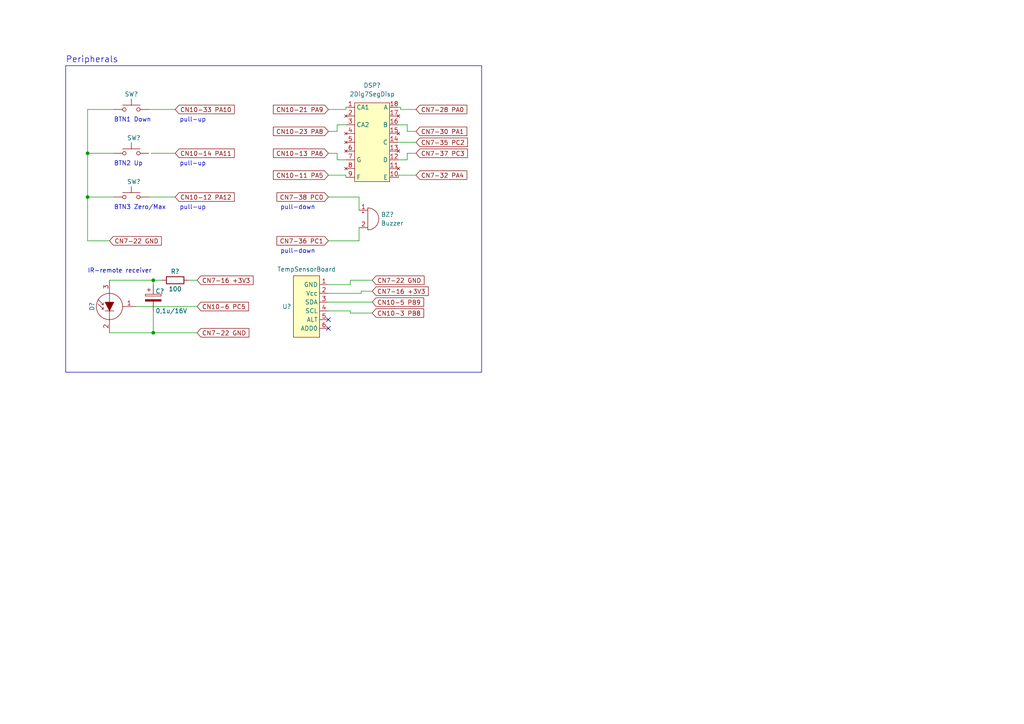
<source format=kicad_sch>
(kicad_sch (version 20211123) (generator eeschema)

  (uuid e63e39d7-6ac0-4ffd-8aa3-1841a4541b55)

  (paper "A4")

  (lib_symbols
    (symbol "Device:Buzzer" (pin_names (offset 0.0254) hide) (in_bom yes) (on_board yes)
      (property "Reference" "BZ" (id 0) (at 3.81 1.27 0)
        (effects (font (size 1.27 1.27)) (justify left))
      )
      (property "Value" "Buzzer" (id 1) (at 3.81 -1.27 0)
        (effects (font (size 1.27 1.27)) (justify left))
      )
      (property "Footprint" "" (id 2) (at -0.635 2.54 90)
        (effects (font (size 1.27 1.27)) hide)
      )
      (property "Datasheet" "~" (id 3) (at -0.635 2.54 90)
        (effects (font (size 1.27 1.27)) hide)
      )
      (property "ki_keywords" "quartz resonator ceramic" (id 4) (at 0 0 0)
        (effects (font (size 1.27 1.27)) hide)
      )
      (property "ki_description" "Buzzer, polarized" (id 5) (at 0 0 0)
        (effects (font (size 1.27 1.27)) hide)
      )
      (property "ki_fp_filters" "*Buzzer*" (id 6) (at 0 0 0)
        (effects (font (size 1.27 1.27)) hide)
      )
      (symbol "Buzzer_0_1"
        (arc (start 0 -3.175) (mid 3.175 0) (end 0 3.175)
          (stroke (width 0) (type default) (color 0 0 0 0))
          (fill (type none))
        )
        (polyline
          (pts
            (xy -1.651 1.905)
            (xy -1.143 1.905)
          )
          (stroke (width 0) (type default) (color 0 0 0 0))
          (fill (type none))
        )
        (polyline
          (pts
            (xy -1.397 2.159)
            (xy -1.397 1.651)
          )
          (stroke (width 0) (type default) (color 0 0 0 0))
          (fill (type none))
        )
        (polyline
          (pts
            (xy 0 3.175)
            (xy 0 -3.175)
          )
          (stroke (width 0) (type default) (color 0 0 0 0))
          (fill (type none))
        )
      )
      (symbol "Buzzer_1_1"
        (pin passive line (at -2.54 2.54 0) (length 2.54)
          (name "-" (effects (font (size 1.27 1.27))))
          (number "1" (effects (font (size 1.27 1.27))))
        )
        (pin passive line (at -2.54 -2.54 0) (length 2.54)
          (name "+" (effects (font (size 1.27 1.27))))
          (number "2" (effects (font (size 1.27 1.27))))
        )
      )
    )
    (symbol "Device:C_Polarized" (pin_numbers hide) (pin_names (offset 0.254)) (in_bom yes) (on_board yes)
      (property "Reference" "C" (id 0) (at 0.635 2.54 0)
        (effects (font (size 1.27 1.27)) (justify left))
      )
      (property "Value" "C_Polarized" (id 1) (at 0.635 -2.54 0)
        (effects (font (size 1.27 1.27)) (justify left))
      )
      (property "Footprint" "" (id 2) (at 0.9652 -3.81 0)
        (effects (font (size 1.27 1.27)) hide)
      )
      (property "Datasheet" "~" (id 3) (at 0 0 0)
        (effects (font (size 1.27 1.27)) hide)
      )
      (property "ki_keywords" "cap capacitor" (id 4) (at 0 0 0)
        (effects (font (size 1.27 1.27)) hide)
      )
      (property "ki_description" "Polarized capacitor" (id 5) (at 0 0 0)
        (effects (font (size 1.27 1.27)) hide)
      )
      (property "ki_fp_filters" "CP_*" (id 6) (at 0 0 0)
        (effects (font (size 1.27 1.27)) hide)
      )
      (symbol "C_Polarized_0_1"
        (rectangle (start -2.286 0.508) (end 2.286 1.016)
          (stroke (width 0) (type default) (color 0 0 0 0))
          (fill (type none))
        )
        (polyline
          (pts
            (xy -1.778 2.286)
            (xy -0.762 2.286)
          )
          (stroke (width 0) (type default) (color 0 0 0 0))
          (fill (type none))
        )
        (polyline
          (pts
            (xy -1.27 2.794)
            (xy -1.27 1.778)
          )
          (stroke (width 0) (type default) (color 0 0 0 0))
          (fill (type none))
        )
        (rectangle (start 2.286 -0.508) (end -2.286 -1.016)
          (stroke (width 0) (type default) (color 0 0 0 0))
          (fill (type outline))
        )
      )
      (symbol "C_Polarized_1_1"
        (pin passive line (at 0 3.81 270) (length 2.794)
          (name "~" (effects (font (size 1.27 1.27))))
          (number "1" (effects (font (size 1.27 1.27))))
        )
        (pin passive line (at 0 -3.81 90) (length 2.794)
          (name "~" (effects (font (size 1.27 1.27))))
          (number "2" (effects (font (size 1.27 1.27))))
        )
      )
    )
    (symbol "Device:R" (pin_numbers hide) (pin_names (offset 0)) (in_bom yes) (on_board yes)
      (property "Reference" "R" (id 0) (at 2.032 0 90)
        (effects (font (size 1.27 1.27)))
      )
      (property "Value" "R" (id 1) (at 0 0 90)
        (effects (font (size 1.27 1.27)))
      )
      (property "Footprint" "" (id 2) (at -1.778 0 90)
        (effects (font (size 1.27 1.27)) hide)
      )
      (property "Datasheet" "~" (id 3) (at 0 0 0)
        (effects (font (size 1.27 1.27)) hide)
      )
      (property "ki_keywords" "R res resistor" (id 4) (at 0 0 0)
        (effects (font (size 1.27 1.27)) hide)
      )
      (property "ki_description" "Resistor" (id 5) (at 0 0 0)
        (effects (font (size 1.27 1.27)) hide)
      )
      (property "ki_fp_filters" "R_*" (id 6) (at 0 0 0)
        (effects (font (size 1.27 1.27)) hide)
      )
      (symbol "R_0_1"
        (rectangle (start -1.016 -2.54) (end 1.016 2.54)
          (stroke (width 0.254) (type default) (color 0 0 0 0))
          (fill (type none))
        )
      )
      (symbol "R_1_1"
        (pin passive line (at 0 3.81 270) (length 1.27)
          (name "~" (effects (font (size 1.27 1.27))))
          (number "1" (effects (font (size 1.27 1.27))))
        )
        (pin passive line (at 0 -3.81 90) (length 1.27)
          (name "~" (effects (font (size 1.27 1.27))))
          (number "2" (effects (font (size 1.27 1.27))))
        )
      )
    )
    (symbol "Library_Symbol_STM32_MyPeripheral_04-10-2022_v2:2Dig7SegDisp" (in_bom yes) (on_board yes)
      (property "Reference" "DSP" (id 0) (at -3.81 1.27 0)
        (effects (font (size 1.27 1.27)))
      )
      (property "Value" "2Dig7SegDisp" (id 1) (at 7.62 1.27 0)
        (effects (font (size 1.27 1.27)))
      )
      (property "Footprint" "" (id 2) (at 0 0 0)
        (effects (font (size 1.27 1.27)) hide)
      )
      (property "Datasheet" "" (id 3) (at 0 0 0)
        (effects (font (size 1.27 1.27)) hide)
      )
      (symbol "2Dig7SegDisp_0_1"
        (rectangle (start -5.08 -1.27) (end 5.08 -24.13)
          (stroke (width 0) (type default) (color 0 0 0 0))
          (fill (type background))
        )
      )
      (symbol "2Dig7SegDisp_1_1"
        (pin power_in line (at -7.62 -2.54 0) (length 2.54)
          (name "CA1" (effects (font (size 1.27 1.27))))
          (number "1" (effects (font (size 1.27 1.27))))
        )
        (pin input line (at 7.62 -22.86 180) (length 2.54)
          (name "E" (effects (font (size 1.27 1.27))))
          (number "10" (effects (font (size 1.27 1.27))))
        )
        (pin no_connect line (at 7.62 -20.32 180) (length 2.54)
          (name "" (effects (font (size 1.27 1.27))))
          (number "11" (effects (font (size 1.27 1.27))))
        )
        (pin input line (at 7.62 -17.78 180) (length 2.54)
          (name "D" (effects (font (size 1.27 1.27))))
          (number "12" (effects (font (size 1.27 1.27))))
        )
        (pin no_connect line (at 7.62 -15.24 180) (length 2.54)
          (name "" (effects (font (size 1.27 1.27))))
          (number "13" (effects (font (size 1.27 1.27))))
        )
        (pin input line (at 7.62 -12.7 180) (length 2.54)
          (name "C" (effects (font (size 1.27 1.27))))
          (number "14" (effects (font (size 1.27 1.27))))
        )
        (pin no_connect line (at 7.62 -10.16 180) (length 2.54)
          (name "" (effects (font (size 1.27 1.27))))
          (number "15" (effects (font (size 1.27 1.27))))
        )
        (pin input line (at 7.62 -7.62 180) (length 2.54)
          (name "B" (effects (font (size 1.27 1.27))))
          (number "16" (effects (font (size 1.27 1.27))))
        )
        (pin no_connect line (at 7.62 -5.08 180) (length 2.54)
          (name "" (effects (font (size 1.27 1.27))))
          (number "17" (effects (font (size 1.27 1.27))))
        )
        (pin input line (at 7.62 -2.54 180) (length 2.54)
          (name "A" (effects (font (size 1.27 1.27))))
          (number "18" (effects (font (size 1.27 1.27))))
        )
        (pin no_connect line (at -7.62 -5.08 0) (length 2.54)
          (name "" (effects (font (size 1.27 1.27))))
          (number "2" (effects (font (size 1.27 1.27))))
        )
        (pin power_in line (at -7.62 -7.62 0) (length 2.54)
          (name "CA2" (effects (font (size 1.27 1.27))))
          (number "3" (effects (font (size 1.27 1.27))))
        )
        (pin no_connect line (at -7.62 -10.16 0) (length 2.54)
          (name "" (effects (font (size 1.27 1.27))))
          (number "4" (effects (font (size 1.27 1.27))))
        )
        (pin no_connect line (at -7.62 -12.7 0) (length 2.54)
          (name "" (effects (font (size 1.27 1.27))))
          (number "5" (effects (font (size 1.27 1.27))))
        )
        (pin no_connect line (at -7.62 -15.24 0) (length 2.54)
          (name "" (effects (font (size 1.27 1.27))))
          (number "6" (effects (font (size 1.27 1.27))))
        )
        (pin input line (at -7.62 -17.78 0) (length 2.54)
          (name "G" (effects (font (size 1.27 1.27))))
          (number "7" (effects (font (size 1.27 1.27))))
        )
        (pin no_connect line (at -7.62 -20.32 0) (length 2.54)
          (name "" (effects (font (size 1.27 1.27))))
          (number "8" (effects (font (size 1.27 1.27))))
        )
        (pin input line (at -7.62 -22.86 0) (length 2.54)
          (name "F" (effects (font (size 1.27 1.27))))
          (number "9" (effects (font (size 1.27 1.27))))
        )
      )
    )
    (symbol "Library_Symbol_STM32_MyPeripheral_04-10-2022_v2:TempSensorBoard" (in_bom yes) (on_board yes)
      (property "Reference" "U" (id 0) (at -2.54 1.27 0)
        (effects (font (size 1.27 1.27)))
      )
      (property "Value" "TempSensorBoard" (id 1) (at 10.16 1.27 0)
        (effects (font (size 1.27 1.27)))
      )
      (property "Footprint" "" (id 2) (at 0 0 0)
        (effects (font (size 1.27 1.27)) hide)
      )
      (property "Datasheet" "" (id 3) (at 0 0 0)
        (effects (font (size 1.27 1.27)) hide)
      )
      (symbol "TempSensorBoard_0_1"
        (rectangle (start 0 0) (end 7.62 -17.78)
          (stroke (width 0) (type default) (color 0 0 0 0))
          (fill (type background))
        )
      )
      (symbol "TempSensorBoard_1_1"
        (pin input line (at -2.54 -2.54 0) (length 2.54)
          (name "GND" (effects (font (size 1.27 1.27))))
          (number "1" (effects (font (size 1.27 1.27))))
        )
        (pin input line (at -2.54 -5.08 0) (length 2.54)
          (name "Vcc" (effects (font (size 1.27 1.27))))
          (number "2" (effects (font (size 1.27 1.27))))
        )
        (pin input line (at -2.54 -7.62 0) (length 2.54)
          (name "SDA" (effects (font (size 1.27 1.27))))
          (number "3" (effects (font (size 1.27 1.27))))
        )
        (pin input line (at -2.54 -10.16 0) (length 2.54)
          (name "SCL" (effects (font (size 1.27 1.27))))
          (number "4" (effects (font (size 1.27 1.27))))
        )
        (pin input line (at -2.54 -12.7 0) (length 2.54)
          (name "ALT" (effects (font (size 1.27 1.27))))
          (number "5" (effects (font (size 1.27 1.27))))
        )
        (pin input line (at -2.54 -15.24 0) (length 2.54)
          (name "ADD0" (effects (font (size 1.27 1.27))))
          (number "6" (effects (font (size 1.27 1.27))))
        )
      )
    )
    (symbol "Sensor_Optical:S5971" (pin_names (offset 0.254) hide) (in_bom yes) (on_board yes)
      (property "Reference" "D?" (id 0) (at 0 8.89 0)
        (effects (font (size 1.27 1.27)))
      )
      (property "Value" "S5971" (id 1) (at 0 6.35 0)
        (effects (font (size 1.27 1.27)))
      )
      (property "Footprint" "Package_TO_SOT_THT:TO-18-3" (id 2) (at 0 8.89 0)
        (effects (font (size 1.27 1.27)) hide)
      )
      (property "Datasheet" "https://www.hamamatsu.com/resources/pdf/ssd/s5971_etc_kpin1025e.pdf" (id 3) (at 0 -13.97 0)
        (effects (font (size 1.27 1.27)) hide)
      )
      (property "ki_keywords" "opto photodiode" (id 4) (at 0 0 0)
        (effects (font (size 1.27 1.27)) hide)
      )
      (property "ki_description" "Si PIN Photodiode, 0.1 GHz, TO-18-3" (id 5) (at 0 0 0)
        (effects (font (size 1.27 1.27)) hide)
      )
      (property "ki_fp_filters" "TO?18*" (id 6) (at 0 0 0)
        (effects (font (size 1.27 1.27)) hide)
      )
      (symbol "S5971_0_0"
        (pin passive line (at -7.62 0 0) (length 3.81)
          (name "K" (effects (font (size 1.27 1.27))))
          (number "2" (effects (font (size 1.27 1.27))))
        )
      )
      (symbol "S5971_0_1"
        (polyline
          (pts
            (xy -1.27 0)
            (xy -3.81 0)
          )
          (stroke (width 0) (type default) (color 0 0 0 0))
          (fill (type none))
        )
        (polyline
          (pts
            (xy -1.27 1.27)
            (xy -1.27 -1.27)
          )
          (stroke (width 0.1524) (type default) (color 0 0 0 0))
          (fill (type none))
        )
        (polyline
          (pts
            (xy -0.762 1.778)
            (xy -0.254 1.778)
          )
          (stroke (width 0) (type default) (color 0 0 0 0))
          (fill (type none))
        )
        (polyline
          (pts
            (xy 3.81 0)
            (xy 1.27 0)
          )
          (stroke (width 0) (type default) (color 0 0 0 0))
          (fill (type none))
        )
        (polyline
          (pts
            (xy 0.762 3.302)
            (xy -0.762 1.778)
            (xy -0.762 2.286)
          )
          (stroke (width 0) (type default) (color 0 0 0 0))
          (fill (type none))
        )
        (polyline
          (pts
            (xy -1.27 0)
            (xy 1.27 1.27)
            (xy 1.27 -1.27)
            (xy -1.27 0)
          )
          (stroke (width 0) (type default) (color 0 0 0 0))
          (fill (type outline))
        )
        (polyline
          (pts
            (xy 2.032 3.302)
            (xy 0.508 1.778)
            (xy 0.508 2.286)
            (xy 0.508 1.778)
            (xy 1.016 1.778)
          )
          (stroke (width 0) (type default) (color 0 0 0 0))
          (fill (type none))
        )
        (circle (center 0 0) (radius 3.81)
          (stroke (width 0) (type default) (color 0 0 0 0))
          (fill (type none))
        )
      )
      (symbol "S5971_1_1"
        (pin passive line (at 0 -7.62 90) (length 3.81)
          (name "C" (effects (font (size 1.27 1.27))))
          (number "1" (effects (font (size 1.27 1.27))))
        )
        (pin passive line (at 7.62 0 180) (length 3.81)
          (name "A" (effects (font (size 1.27 1.27))))
          (number "3" (effects (font (size 1.27 1.27))))
        )
      )
    )
    (symbol "Switch:SW_Push" (pin_numbers hide) (pin_names (offset 1.016) hide) (in_bom yes) (on_board yes)
      (property "Reference" "SW" (id 0) (at 1.27 2.54 0)
        (effects (font (size 1.27 1.27)) (justify left))
      )
      (property "Value" "SW_Push" (id 1) (at 0 -1.524 0)
        (effects (font (size 1.27 1.27)))
      )
      (property "Footprint" "" (id 2) (at 0 5.08 0)
        (effects (font (size 1.27 1.27)) hide)
      )
      (property "Datasheet" "~" (id 3) (at 0 5.08 0)
        (effects (font (size 1.27 1.27)) hide)
      )
      (property "ki_keywords" "switch normally-open pushbutton push-button" (id 4) (at 0 0 0)
        (effects (font (size 1.27 1.27)) hide)
      )
      (property "ki_description" "Push button switch, generic, two pins" (id 5) (at 0 0 0)
        (effects (font (size 1.27 1.27)) hide)
      )
      (symbol "SW_Push_0_1"
        (circle (center -2.032 0) (radius 0.508)
          (stroke (width 0) (type default) (color 0 0 0 0))
          (fill (type none))
        )
        (polyline
          (pts
            (xy 0 1.27)
            (xy 0 3.048)
          )
          (stroke (width 0) (type default) (color 0 0 0 0))
          (fill (type none))
        )
        (polyline
          (pts
            (xy 2.54 1.27)
            (xy -2.54 1.27)
          )
          (stroke (width 0) (type default) (color 0 0 0 0))
          (fill (type none))
        )
        (circle (center 2.032 0) (radius 0.508)
          (stroke (width 0) (type default) (color 0 0 0 0))
          (fill (type none))
        )
        (pin passive line (at -5.08 0 0) (length 2.54)
          (name "1" (effects (font (size 1.27 1.27))))
          (number "1" (effects (font (size 1.27 1.27))))
        )
        (pin passive line (at 5.08 0 180) (length 2.54)
          (name "2" (effects (font (size 1.27 1.27))))
          (number "2" (effects (font (size 1.27 1.27))))
        )
      )
    )
  )

  (junction (at 44.45 81.28) (diameter 0) (color 0 0 0 0)
    (uuid 1dc22b96-9d93-4bcd-81ae-49cfeeda23fe)
  )
  (junction (at 44.45 96.52) (diameter 0) (color 0 0 0 0)
    (uuid 1f00d777-affc-4c74-a900-e148076b8d32)
  )
  (junction (at 25.4 44.45) (diameter 0) (color 0 0 0 0)
    (uuid 6aca2978-d6c4-49ba-859a-b589892e1420)
  )
  (junction (at 25.4 57.15) (diameter 0) (color 0 0 0 0)
    (uuid f60f1c5f-e186-4555-a524-9a9e02dc8d76)
  )

  (no_connect (at 95.25 95.25) (uuid a2743cf7-e47c-41b7-a38c-43731f01139b))
  (no_connect (at 95.25 92.71) (uuid e1f41289-b6ee-4dff-a1c9-32fbf0be1ec6))

  (wire (pts (xy 120.65 50.8) (xy 115.57 50.8))
    (stroke (width 0) (type default) (color 0 0 0 0))
    (uuid 00b32290-b6a3-4fed-82ff-3034599f39a3)
  )
  (wire (pts (xy 101.6 81.28) (xy 107.95 81.28))
    (stroke (width 0) (type default) (color 0 0 0 0))
    (uuid 25b2320c-bad6-483e-9f81-bbc8be690cdd)
  )
  (wire (pts (xy 44.45 96.52) (xy 57.15 96.52))
    (stroke (width 0) (type default) (color 0 0 0 0))
    (uuid 26a362da-c848-4fff-8b45-c6740046be01)
  )
  (wire (pts (xy 120.65 31.75) (xy 116.205 31.75))
    (stroke (width 0) (type default) (color 0 0 0 0))
    (uuid 2ba2b3eb-224f-4796-afc6-e3fdf39ecfbd)
  )
  (wire (pts (xy 115.57 36.195) (xy 118.11 36.195))
    (stroke (width 0) (type default) (color 0 0 0 0))
    (uuid 2c888038-917e-41df-b5eb-b211b97604f8)
  )
  (polyline (pts (xy 19.05 82.55) (xy 19.05 107.95))
    (stroke (width 0) (type solid) (color 0 0 0 0))
    (uuid 2e82f29d-28f0-45e1-9d34-7844354e92fe)
  )

  (wire (pts (xy 104.775 85.09) (xy 104.775 84.455))
    (stroke (width 0) (type default) (color 0 0 0 0))
    (uuid 31a33faf-7180-41e1-8389-fc971f69279b)
  )
  (wire (pts (xy 97.79 44.45) (xy 97.79 46.355))
    (stroke (width 0) (type default) (color 0 0 0 0))
    (uuid 3525d7fb-9fbb-407a-b98f-dbe710a5769f)
  )
  (wire (pts (xy 95.25 31.75) (xy 100.33 31.75))
    (stroke (width 0) (type default) (color 0 0 0 0))
    (uuid 3a86913b-d325-469d-99bf-10362833b6d6)
  )
  (wire (pts (xy 31.75 96.52) (xy 44.45 96.52))
    (stroke (width 0) (type default) (color 0 0 0 0))
    (uuid 3de2fbf8-2388-4d1c-b0ca-a989eb32d2e2)
  )
  (wire (pts (xy 44.45 81.28) (xy 46.99 81.28))
    (stroke (width 0) (type default) (color 0 0 0 0))
    (uuid 3fb98362-21d4-47ce-bfcd-b0a858312ca0)
  )
  (polyline (pts (xy 19.05 19.05) (xy 139.7 19.05))
    (stroke (width 0) (type solid) (color 0 0 0 0))
    (uuid 40bc1bb0-266c-402e-ab6b-1162df90ab81)
  )

  (wire (pts (xy 101.6 90.805) (xy 107.95 90.805))
    (stroke (width 0) (type default) (color 0 0 0 0))
    (uuid 44f00692-e1d8-441b-be3f-d8d1b393ec90)
  )
  (wire (pts (xy 25.4 44.45) (xy 25.4 57.15))
    (stroke (width 0) (type default) (color 0 0 0 0))
    (uuid 45d542e0-e750-4bc8-b0fb-677587152902)
  )
  (wire (pts (xy 104.14 57.15) (xy 104.14 60.96))
    (stroke (width 0) (type default) (color 0 0 0 0))
    (uuid 55685874-0984-4fa4-8580-3e3901eb3f6d)
  )
  (wire (pts (xy 104.14 66.04) (xy 104.14 69.85))
    (stroke (width 0) (type default) (color 0 0 0 0))
    (uuid 56d29c62-b2b5-4ace-9fab-a8e69049c888)
  )
  (wire (pts (xy 101.6 90.17) (xy 101.6 90.805))
    (stroke (width 0) (type default) (color 0 0 0 0))
    (uuid 5a239eb7-1ff2-4664-858a-1c1aa6ab12a3)
  )
  (wire (pts (xy 95.25 85.09) (xy 104.775 85.09))
    (stroke (width 0) (type default) (color 0 0 0 0))
    (uuid 627fe034-b8ef-4aa6-bcef-25686ce4f366)
  )
  (wire (pts (xy 115.57 46.355) (xy 118.11 46.355))
    (stroke (width 0) (type default) (color 0 0 0 0))
    (uuid 63530c34-e56d-412b-a20c-0f5801e0b75c)
  )
  (wire (pts (xy 54.61 81.28) (xy 57.15 81.28))
    (stroke (width 0) (type default) (color 0 0 0 0))
    (uuid 6b57d1f0-e39c-4e10-877e-87d046ef1ca7)
  )
  (wire (pts (xy 25.4 69.85) (xy 31.75 69.85))
    (stroke (width 0) (type default) (color 0 0 0 0))
    (uuid 7d130407-d849-4501-a1f3-a92ed0f3ab16)
  )
  (wire (pts (xy 25.4 31.75) (xy 25.4 44.45))
    (stroke (width 0) (type default) (color 0 0 0 0))
    (uuid 7d7aff63-ab31-4746-aff9-15ec228e50a2)
  )
  (wire (pts (xy 95.25 57.15) (xy 104.14 57.15))
    (stroke (width 0) (type default) (color 0 0 0 0))
    (uuid 7e31cb4a-bd1c-4217-b013-75b5af27fb5c)
  )
  (wire (pts (xy 95.25 38.1) (xy 97.79 38.1))
    (stroke (width 0) (type default) (color 0 0 0 0))
    (uuid 7e540c88-b84d-4388-8437-b417fdc7497f)
  )
  (wire (pts (xy 43.815 44.45) (xy 50.8 44.45))
    (stroke (width 0) (type default) (color 0 0 0 0))
    (uuid 7f72f54a-349e-4d6b-b101-4f18d65df912)
  )
  (wire (pts (xy 118.11 44.45) (xy 118.11 46.355))
    (stroke (width 0) (type default) (color 0 0 0 0))
    (uuid 837176e9-8fab-41d2-86dd-da3b1b3dd39f)
  )
  (wire (pts (xy 44.45 81.28) (xy 44.45 82.55))
    (stroke (width 0) (type default) (color 0 0 0 0))
    (uuid 8b942ae8-7e4f-460e-9e75-f3bb356e33e8)
  )
  (polyline (pts (xy 139.7 82.55) (xy 139.7 107.95))
    (stroke (width 0) (type solid) (color 0 0 0 0))
    (uuid 95b719c5-e97b-4e8f-9afb-123818063233)
  )

  (wire (pts (xy 100.33 31.75) (xy 100.33 31.115))
    (stroke (width 0) (type default) (color 0 0 0 0))
    (uuid 99921c9c-f70f-424f-91b9-ff64e00621a6)
  )
  (wire (pts (xy 97.79 38.1) (xy 97.79 36.195))
    (stroke (width 0) (type default) (color 0 0 0 0))
    (uuid 9c8ec97b-24c7-44ce-984c-6152db0371aa)
  )
  (wire (pts (xy 43.18 57.15) (xy 50.8 57.15))
    (stroke (width 0) (type default) (color 0 0 0 0))
    (uuid a2c0058a-ad54-414b-97a4-40613c4456dd)
  )
  (wire (pts (xy 33.02 31.75) (xy 25.4 31.75))
    (stroke (width 0) (type default) (color 0 0 0 0))
    (uuid a72f7e0e-9994-4b5d-88c9-9d30b6ae234b)
  )
  (wire (pts (xy 115.57 31.115) (xy 116.205 31.115))
    (stroke (width 0) (type default) (color 0 0 0 0))
    (uuid a9dc0c59-b820-453f-94ad-ca6fe558a198)
  )
  (wire (pts (xy 25.4 57.15) (xy 25.4 69.85))
    (stroke (width 0) (type default) (color 0 0 0 0))
    (uuid b718fcb1-8742-4b46-85e8-c35e05bc00ea)
  )
  (wire (pts (xy 120.65 44.45) (xy 118.11 44.45))
    (stroke (width 0) (type default) (color 0 0 0 0))
    (uuid bab9a1de-c8d3-471f-9075-142844f4fafd)
  )
  (wire (pts (xy 118.11 38.1) (xy 118.11 36.195))
    (stroke (width 0) (type default) (color 0 0 0 0))
    (uuid babea015-3fe7-46cd-aaa7-3404de6c3a7a)
  )
  (wire (pts (xy 120.65 38.1) (xy 118.11 38.1))
    (stroke (width 0) (type default) (color 0 0 0 0))
    (uuid bb1b4a6e-45f2-4e66-ba32-3ff316a3479b)
  )
  (wire (pts (xy 115.57 41.275) (xy 120.65 41.275))
    (stroke (width 0) (type default) (color 0 0 0 0))
    (uuid bd1e54f3-23d9-451e-a73c-6c41f71752ac)
  )
  (wire (pts (xy 95.25 82.55) (xy 101.6 82.55))
    (stroke (width 0) (type default) (color 0 0 0 0))
    (uuid bd777e39-53f5-4fa2-98a3-2f3894a3d5f7)
  )
  (wire (pts (xy 116.205 31.75) (xy 116.205 31.115))
    (stroke (width 0) (type default) (color 0 0 0 0))
    (uuid bd8e008e-dca2-4859-870a-2092654287c0)
  )
  (wire (pts (xy 25.4 44.45) (xy 33.02 44.45))
    (stroke (width 0) (type default) (color 0 0 0 0))
    (uuid c5dfbb7d-21d5-48a5-acf7-a52f8f58fd4a)
  )
  (wire (pts (xy 95.25 87.63) (xy 107.95 87.63))
    (stroke (width 0) (type default) (color 0 0 0 0))
    (uuid c6e4eb73-688e-4be1-9b7c-68677c2da41c)
  )
  (wire (pts (xy 25.4 57.15) (xy 33.02 57.15))
    (stroke (width 0) (type default) (color 0 0 0 0))
    (uuid c6fe0cd2-ba32-4278-9cad-10d439a187a2)
  )
  (wire (pts (xy 95.25 50.8) (xy 100.33 50.8))
    (stroke (width 0) (type default) (color 0 0 0 0))
    (uuid c898c915-89f5-4003-9fb8-8b0c3f06dfe7)
  )
  (wire (pts (xy 100.33 50.8) (xy 100.33 51.435))
    (stroke (width 0) (type default) (color 0 0 0 0))
    (uuid de4d9514-3cb5-4e56-aa34-9a36cc7ab2fb)
  )
  (wire (pts (xy 95.25 44.45) (xy 97.79 44.45))
    (stroke (width 0) (type default) (color 0 0 0 0))
    (uuid e33b88e6-21b7-46e6-ba61-2812267872a7)
  )
  (polyline (pts (xy 139.7 19.05) (xy 139.7 82.55))
    (stroke (width 0) (type solid) (color 0 0 0 0))
    (uuid e33d0992-9cc2-48b4-9166-d338179c81f7)
  )

  (wire (pts (xy 43.18 31.75) (xy 50.8 31.75))
    (stroke (width 0) (type default) (color 0 0 0 0))
    (uuid e7164406-8550-4f54-9b09-4aeb13fec8d0)
  )
  (wire (pts (xy 39.37 88.9) (xy 57.15 88.9))
    (stroke (width 0) (type default) (color 0 0 0 0))
    (uuid ec19e519-279b-4d08-8288-be58fe8a8d44)
  )
  (polyline (pts (xy 19.05 107.95) (xy 139.7 107.95))
    (stroke (width 0) (type solid) (color 0 0 0 0))
    (uuid eec8a6a1-daa6-4c6e-a2f8-6e66913bc6ab)
  )
  (polyline (pts (xy 19.05 19.05) (xy 19.05 82.55))
    (stroke (width 0) (type solid) (color 0 0 0 0))
    (uuid efb2d8e0-9754-4d74-8305-6e37de53804c)
  )

  (wire (pts (xy 97.79 46.355) (xy 100.33 46.355))
    (stroke (width 0) (type default) (color 0 0 0 0))
    (uuid efca2809-2036-46b8-8545-a5bdd08b5301)
  )
  (wire (pts (xy 44.45 90.17) (xy 44.45 96.52))
    (stroke (width 0) (type default) (color 0 0 0 0))
    (uuid f0335b22-785c-4c5a-bd85-7043e1e756d5)
  )
  (wire (pts (xy 115.57 50.8) (xy 115.57 51.435))
    (stroke (width 0) (type default) (color 0 0 0 0))
    (uuid f1960b60-73de-4c92-b6c5-7fa1993f2c9c)
  )
  (wire (pts (xy 95.25 69.85) (xy 104.14 69.85))
    (stroke (width 0) (type default) (color 0 0 0 0))
    (uuid f2b740f7-b908-4279-854c-2c5be8f0266e)
  )
  (wire (pts (xy 101.6 82.55) (xy 101.6 81.28))
    (stroke (width 0) (type default) (color 0 0 0 0))
    (uuid f4cb3ee5-91d0-487e-992f-01f2a10cb111)
  )
  (wire (pts (xy 95.25 90.17) (xy 101.6 90.17))
    (stroke (width 0) (type default) (color 0 0 0 0))
    (uuid f8c2a73d-d08d-4533-9d4b-1e286a2a316b)
  )
  (wire (pts (xy 97.79 36.195) (xy 100.33 36.195))
    (stroke (width 0) (type default) (color 0 0 0 0))
    (uuid f93750aa-9072-471e-8eda-727f7c99e298)
  )
  (wire (pts (xy 31.75 81.28) (xy 44.45 81.28))
    (stroke (width 0) (type default) (color 0 0 0 0))
    (uuid fdbec5e1-e74d-42d1-a15f-9870270449de)
  )
  (wire (pts (xy 104.775 84.455) (xy 107.95 84.455))
    (stroke (width 0) (type default) (color 0 0 0 0))
    (uuid fe2c47f7-f9dc-44b7-9969-8cc9c889934b)
  )

  (text "BTN2 Up" (at 33.02 48.26 0)
    (effects (font (size 1.27 1.27)) (justify left bottom))
    (uuid 105c56d1-30e6-4a56-976f-42759cb1f7f2)
  )
  (text "pull-up" (at 52.07 35.56 0)
    (effects (font (size 1.27 1.27)) (justify left bottom))
    (uuid 1902fc81-6c05-44d9-b49f-90ac6a5e870b)
  )
  (text "pull-up" (at 52.07 60.96 0)
    (effects (font (size 1.27 1.27)) (justify left bottom))
    (uuid 1af8a6ae-3875-4f53-b35a-91f6380af17b)
  )
  (text "pull-down" (at 81.28 60.96 0)
    (effects (font (size 1.27 1.27)) (justify left bottom))
    (uuid 3e2cc6d6-d223-4ebd-82bf-5723d1fd76b8)
  )
  (text "BTN1 Down" (at 33.02 35.56 0)
    (effects (font (size 1.27 1.27)) (justify left bottom))
    (uuid 62d309d2-a6ac-4adf-8b2c-f754d1d5e294)
  )
  (text "pull-down" (at 81.28 73.66 0)
    (effects (font (size 1.27 1.27)) (justify left bottom))
    (uuid 6d163341-16ca-40be-aea6-08374d7549d5)
  )
  (text "Peripherals" (at 19.05 18.415 0)
    (effects (font (size 1.778 1.778)) (justify left bottom))
    (uuid 6d59f35a-7ed2-464e-9e11-af96fe91c09a)
  )
  (text "BTN3 Zero/Max" (at 33.02 60.96 0)
    (effects (font (size 1.27 1.27)) (justify left bottom))
    (uuid b9f13181-1af0-4344-bb35-48261f81b7bd)
  )
  (text "IR-remote receiver" (at 25.4 79.375 0)
    (effects (font (size 1.27 1.27)) (justify left bottom))
    (uuid bc012082-7989-462f-b827-fd48cc626f84)
  )
  (text "pull-up" (at 52.07 48.26 0)
    (effects (font (size 1.27 1.27)) (justify left bottom))
    (uuid d55b95f5-c568-4f93-90d2-64986305d716)
  )

  (global_label "CN7-22 GND" (shape input) (at 107.95 81.28 0) (fields_autoplaced)
    (effects (font (size 1.27 1.27)) (justify left))
    (uuid 0902409c-a0f5-47d4-8391-d38bfa3c59b5)
    (property "Intersheet References" "${INTERSHEET_REFS}" (id 0) (at 123.0026 81.2006 0)
      (effects (font (size 1.27 1.27)) (justify left) hide)
    )
  )
  (global_label "CN7-38 PC0" (shape input) (at 95.25 57.15 180) (fields_autoplaced)
    (effects (font (size 1.27 1.27)) (justify right))
    (uuid 1950b271-98e0-447a-b2e3-7b8ca89d2b4d)
    (property "Intersheet References" "${INTERSHEET_REFS}" (id 0) (at 80.3183 57.0706 0)
      (effects (font (size 1.27 1.27)) (justify right) hide)
    )
  )
  (global_label "CN10-12 PA12" (shape input) (at 50.8 57.15 0) (fields_autoplaced)
    (effects (font (size 1.27 1.27)) (justify left))
    (uuid 266e3bba-095d-4c7e-a334-d2acc8c5dfc8)
    (property "Intersheet References" "${INTERSHEET_REFS}" (id 0) (at 67.9693 57.0706 0)
      (effects (font (size 1.27 1.27)) (justify left) hide)
    )
  )
  (global_label "CN7-36 PC1" (shape input) (at 95.25 69.85 180) (fields_autoplaced)
    (effects (font (size 1.27 1.27)) (justify right))
    (uuid 40135990-1f7d-408d-a9db-355c0978a01b)
    (property "Intersheet References" "${INTERSHEET_REFS}" (id 0) (at 80.3183 69.7706 0)
      (effects (font (size 1.27 1.27)) (justify right) hide)
    )
  )
  (global_label "CN10-13 PA6" (shape input) (at 95.25 44.45 180) (fields_autoplaced)
    (effects (font (size 1.27 1.27)) (justify right))
    (uuid 5b29962f-685a-409c-915c-9c4a92ed442a)
    (property "Intersheet References" "${INTERSHEET_REFS}" (id 0) (at 79.2902 44.3706 0)
      (effects (font (size 1.27 1.27)) (justify right) hide)
    )
  )
  (global_label "CN10-14 PA11" (shape input) (at 50.8 44.45 0) (fields_autoplaced)
    (effects (font (size 1.27 1.27)) (justify left))
    (uuid 69ad3d78-919d-4cad-8e99-6ac5149a0e3f)
    (property "Intersheet References" "${INTERSHEET_REFS}" (id 0) (at 67.9693 44.3706 0)
      (effects (font (size 1.27 1.27)) (justify left) hide)
    )
  )
  (global_label "CN7-32 PA4" (shape input) (at 120.65 50.8 0) (fields_autoplaced)
    (effects (font (size 1.27 1.27)) (justify left))
    (uuid 6f4153b0-25d9-484a-9790-9ed6cc5751d8)
    (property "Intersheet References" "${INTERSHEET_REFS}" (id 0) (at 135.4002 50.7206 0)
      (effects (font (size 1.27 1.27)) (justify left) hide)
    )
  )
  (global_label "CN10-21 PA9" (shape input) (at 95.25 31.75 180) (fields_autoplaced)
    (effects (font (size 1.27 1.27)) (justify right))
    (uuid 71079b24-2e2e-494b-a607-86ccdae75c6e)
    (property "Intersheet References" "${INTERSHEET_REFS}" (id 0) (at 79.2902 31.6706 0)
      (effects (font (size 1.27 1.27)) (justify right) hide)
    )
  )
  (global_label "CN10-3 PB8" (shape input) (at 107.95 90.805 0) (fields_autoplaced)
    (effects (font (size 1.27 1.27)) (justify left))
    (uuid 73adb582-8345-419e-9354-bc9adf03d517)
    (property "Intersheet References" "${INTERSHEET_REFS}" (id 0) (at 122.8817 90.7256 0)
      (effects (font (size 1.27 1.27)) (justify left) hide)
    )
  )
  (global_label "CN7-16 +3V3" (shape input) (at 107.95 84.455 0) (fields_autoplaced)
    (effects (font (size 1.27 1.27)) (justify left))
    (uuid 7578dac6-b1fe-4e0d-ad90-a2ecc32f93c1)
    (property "Intersheet References" "${INTERSHEET_REFS}" (id 0) (at 124.2121 84.3756 0)
      (effects (font (size 1.27 1.27)) (justify left) hide)
    )
  )
  (global_label "CN7-37 PC3" (shape input) (at 120.65 44.45 0) (fields_autoplaced)
    (effects (font (size 1.27 1.27)) (justify left))
    (uuid 817a41a3-105e-40aa-855b-af56cbf4aa1f)
    (property "Intersheet References" "${INTERSHEET_REFS}" (id 0) (at 135.5817 44.3706 0)
      (effects (font (size 1.27 1.27)) (justify left) hide)
    )
  )
  (global_label "CN7-16 +3V3" (shape input) (at 57.15 81.28 0) (fields_autoplaced)
    (effects (font (size 1.27 1.27)) (justify left))
    (uuid 88dfa423-1668-4d2c-b0ef-c7a1c78acc90)
    (property "Intersheet References" "${INTERSHEET_REFS}" (id 0) (at 73.4121 81.2006 0)
      (effects (font (size 1.27 1.27)) (justify left) hide)
    )
  )
  (global_label "CN7-35 PC2" (shape input) (at 120.65 41.275 0) (fields_autoplaced)
    (effects (font (size 1.27 1.27)) (justify left))
    (uuid 941e76d6-9fd4-4142-8d7c-0459047fe9ad)
    (property "Intersheet References" "${INTERSHEET_REFS}" (id 0) (at 135.5817 41.1956 0)
      (effects (font (size 1.27 1.27)) (justify left) hide)
    )
  )
  (global_label "CN10-33 PA10" (shape input) (at 50.8 31.75 0) (fields_autoplaced)
    (effects (font (size 1.27 1.27)) (justify left))
    (uuid a787de0b-7ccc-4147-b23c-b19cab72577e)
    (property "Intersheet References" "${INTERSHEET_REFS}" (id 0) (at 67.9693 31.6706 0)
      (effects (font (size 1.27 1.27)) (justify left) hide)
    )
  )
  (global_label "CN10-11 PA5" (shape input) (at 95.25 50.8 180) (fields_autoplaced)
    (effects (font (size 1.27 1.27)) (justify right))
    (uuid ab5db7e5-9de7-449f-b70b-9d0dd610b10b)
    (property "Intersheet References" "${INTERSHEET_REFS}" (id 0) (at 79.2902 50.7206 0)
      (effects (font (size 1.27 1.27)) (justify right) hide)
    )
  )
  (global_label "CN10-5 PB9" (shape input) (at 107.95 87.63 0) (fields_autoplaced)
    (effects (font (size 1.27 1.27)) (justify left))
    (uuid ae95ed07-1a2c-4fb8-b076-1f926f7b4ec5)
    (property "Intersheet References" "${INTERSHEET_REFS}" (id 0) (at 122.8817 87.5506 0)
      (effects (font (size 1.27 1.27)) (justify left) hide)
    )
  )
  (global_label "CN7-22 GND" (shape input) (at 31.75 69.85 0) (fields_autoplaced)
    (effects (font (size 1.27 1.27)) (justify left))
    (uuid ba1f8a34-0d45-4e1d-84bd-eb52bf4a640f)
    (property "Intersheet References" "${INTERSHEET_REFS}" (id 0) (at 46.8026 69.7706 0)
      (effects (font (size 1.27 1.27)) (justify left) hide)
    )
  )
  (global_label "CN7-30 PA1" (shape input) (at 120.65 38.1 0) (fields_autoplaced)
    (effects (font (size 1.27 1.27)) (justify left))
    (uuid dbd136bb-61c9-4567-9827-33a734e5ddcc)
    (property "Intersheet References" "${INTERSHEET_REFS}" (id 0) (at 135.4002 38.0206 0)
      (effects (font (size 1.27 1.27)) (justify left) hide)
    )
  )
  (global_label "CN10-23 PA8" (shape input) (at 95.25 38.1 180) (fields_autoplaced)
    (effects (font (size 1.27 1.27)) (justify right))
    (uuid ddb83956-0781-4967-adf3-cb27a82b32ef)
    (property "Intersheet References" "${INTERSHEET_REFS}" (id 0) (at 79.2902 38.0206 0)
      (effects (font (size 1.27 1.27)) (justify right) hide)
    )
  )
  (global_label "CN7-28 PA0" (shape input) (at 120.65 31.75 0) (fields_autoplaced)
    (effects (font (size 1.27 1.27)) (justify left))
    (uuid e4d2c258-274a-4398-b6a0-528d81ed8508)
    (property "Intersheet References" "${INTERSHEET_REFS}" (id 0) (at 135.4002 31.6706 0)
      (effects (font (size 1.27 1.27)) (justify left) hide)
    )
  )
  (global_label "CN7-22 GND" (shape input) (at 57.15 96.52 0) (fields_autoplaced)
    (effects (font (size 1.27 1.27)) (justify left))
    (uuid f5059e3a-30f1-4dd0-8ef2-4ae27a04c8e1)
    (property "Intersheet References" "${INTERSHEET_REFS}" (id 0) (at 72.2026 96.4406 0)
      (effects (font (size 1.27 1.27)) (justify left) hide)
    )
  )
  (global_label "CN10-6 PC5" (shape input) (at 57.15 88.9 0) (fields_autoplaced)
    (effects (font (size 1.27 1.27)) (justify left))
    (uuid f63222ce-2c6a-4b60-b441-317ee030bf06)
    (property "Intersheet References" "${INTERSHEET_REFS}" (id 0) (at 72.0817 88.8206 0)
      (effects (font (size 1.27 1.27)) (justify left) hide)
    )
  )

  (symbol (lib_id "Device:Buzzer") (at 106.68 63.5 0) (unit 1)
    (in_bom yes) (on_board yes) (fields_autoplaced)
    (uuid 05d7bfc0-a44d-46c1-abbc-db151413bb48)
    (property "Reference" "BZ?" (id 0) (at 110.49 62.2299 0)
      (effects (font (size 1.27 1.27)) (justify left))
    )
    (property "Value" "Buzzer" (id 1) (at 110.49 64.7699 0)
      (effects (font (size 1.27 1.27)) (justify left))
    )
    (property "Footprint" "" (id 2) (at 106.045 60.96 90)
      (effects (font (size 1.27 1.27)) hide)
    )
    (property "Datasheet" "~" (id 3) (at 106.045 60.96 90)
      (effects (font (size 1.27 1.27)) hide)
    )
    (pin "1" (uuid 6fbcdc22-1ab5-492a-ad89-e298df072cdf))
    (pin "2" (uuid 4d425e25-5f7f-4d61-9ba6-2a88988a41db))
  )

  (symbol (lib_id "Library_Symbol_STM32_MyPeripheral_04-10-2022_v2:TempSensorBoard") (at 92.71 80.01 0) (mirror y) (unit 1)
    (in_bom yes) (on_board yes)
    (uuid 0b317484-bea6-4522-85a3-ab674bc3f514)
    (property "Reference" "U?" (id 0) (at 83.185 88.9 0))
    (property "Value" "TempSensorBoard" (id 1) (at 88.9 78.105 0))
    (property "Footprint" "" (id 2) (at 92.71 80.01 0)
      (effects (font (size 1.27 1.27)) hide)
    )
    (property "Datasheet" "" (id 3) (at 92.71 80.01 0)
      (effects (font (size 1.27 1.27)) hide)
    )
    (pin "1" (uuid 40440c3a-78b1-41ee-9ba0-84f9716dffc0))
    (pin "2" (uuid dd718582-fe3d-466c-b539-4fd2ee4cec5b))
    (pin "3" (uuid 816f2134-debb-4a16-a562-2231dc5c7a98))
    (pin "4" (uuid dd47cbe3-ce37-4721-a15f-85bb741a8695))
    (pin "5" (uuid 472e94c0-a898-4fa7-9e12-6667bf6d7653))
    (pin "6" (uuid 06c6c6b8-7c26-43d3-afcb-b56a6ccb6f4d))
  )

  (symbol (lib_id "Device:R") (at 50.8 81.28 90) (unit 1)
    (in_bom yes) (on_board yes)
    (uuid 369de6e0-38f9-4c75-93ed-d58163562fde)
    (property "Reference" "R?" (id 0) (at 50.8 78.74 90))
    (property "Value" "100" (id 1) (at 50.8 83.82 90))
    (property "Footprint" "" (id 2) (at 50.8 83.058 90)
      (effects (font (size 1.27 1.27)) hide)
    )
    (property "Datasheet" "~" (id 3) (at 50.8 81.28 0)
      (effects (font (size 1.27 1.27)) hide)
    )
    (pin "1" (uuid 26fb18d1-6ffa-4a4a-b050-bfff5417256a))
    (pin "2" (uuid 00f08a0b-82b9-45e5-8519-9f3c6377cd02))
  )

  (symbol (lib_id "Switch:SW_Push") (at 38.1 44.45 0) (unit 1)
    (in_bom yes) (on_board yes)
    (uuid 680c3e83-f590-4924-85a1-36d51b076683)
    (property "Reference" "SW?" (id 0) (at 36.83 40.005 0)
      (effects (font (size 1.27 1.27)) (justify left))
    )
    (property "Value" "SW_Push" (id 1) (at 38.1 45.974 0)
      (effects (font (size 1.27 1.27)) hide)
    )
    (property "Footprint" "" (id 2) (at 38.1 39.37 0)
      (effects (font (size 1.27 1.27)) hide)
    )
    (property "Datasheet" "~" (id 3) (at 38.1 39.37 0)
      (effects (font (size 1.27 1.27)) hide)
    )
    (pin "1" (uuid 0cc094e7-c1c0-457d-bd94-3db91c23be55))
    (pin "2" (uuid be030c62-e776-405f-97d8-4a4c1aa2e428))
  )

  (symbol (lib_id "Switch:SW_Push") (at 38.1 57.15 0) (unit 1)
    (in_bom yes) (on_board yes)
    (uuid 6ae901e7-3f37-4fdc-9fbb-f82666744826)
    (property "Reference" "SW?" (id 0) (at 36.83 52.705 0)
      (effects (font (size 1.27 1.27)) (justify left))
    )
    (property "Value" "SW_Push" (id 1) (at 38.1 58.674 0)
      (effects (font (size 1.27 1.27)) hide)
    )
    (property "Footprint" "" (id 2) (at 38.1 52.07 0)
      (effects (font (size 1.27 1.27)) hide)
    )
    (property "Datasheet" "~" (id 3) (at 38.1 52.07 0)
      (effects (font (size 1.27 1.27)) hide)
    )
    (pin "1" (uuid b7ed4c31-5417-4fb5-9261-7dca42c1c776))
    (pin "2" (uuid bb5e8a0f-2ed5-4c2a-91b7-cb63c4c66e15))
  )

  (symbol (lib_id "Switch:SW_Push") (at 38.1 31.75 0) (unit 1)
    (in_bom yes) (on_board yes)
    (uuid 7f52d787-caa3-4a92-b1b2-19d554dc29a4)
    (property "Reference" "SW?" (id 0) (at 38.1 27.305 0))
    (property "Value" "SW_Push" (id 1) (at 38.1 26.035 0)
      (effects (font (size 1.27 1.27)) hide)
    )
    (property "Footprint" "" (id 2) (at 38.1 26.67 0)
      (effects (font (size 1.27 1.27)) hide)
    )
    (property "Datasheet" "~" (id 3) (at 38.1 26.67 0)
      (effects (font (size 1.27 1.27)) hide)
    )
    (pin "1" (uuid e40e8cef-4fb0-4fc3-be09-3875b2cc8469))
    (pin "2" (uuid 15fe8f3d-6077-4e0e-81d0-8ec3f4538981))
  )

  (symbol (lib_id "Library_Symbol_STM32_MyPeripheral_04-10-2022_v2:2Dig7SegDisp") (at 107.95 28.575 0) (unit 1)
    (in_bom yes) (on_board yes) (fields_autoplaced)
    (uuid a9af9d45-c4c1-4877-9fff-a1143fbbc03b)
    (property "Reference" "DSP?" (id 0) (at 107.95 24.765 0))
    (property "Value" "2Dig7SegDisp" (id 1) (at 107.95 27.305 0))
    (property "Footprint" "" (id 2) (at 107.95 28.575 0)
      (effects (font (size 1.27 1.27)) hide)
    )
    (property "Datasheet" "" (id 3) (at 107.95 28.575 0)
      (effects (font (size 1.27 1.27)) hide)
    )
    (pin "1" (uuid dccdcdac-b13d-4d9a-80d2-455067be4a04))
    (pin "10" (uuid ee791020-dfbf-4317-9a77-52c5aa2fc4a9))
    (pin "11" (uuid 03a0677f-ab9e-4268-94f1-388afafa67df))
    (pin "12" (uuid 85386792-a415-43c5-91b5-452440142d12))
    (pin "13" (uuid e60ca060-f36a-4f8b-bceb-f90910fdcd10))
    (pin "14" (uuid 073b08ca-dacf-42c4-9735-a1e2b4c9b1e0))
    (pin "15" (uuid 33101f5d-44f3-4c6a-ac7a-ede0df42ffe4))
    (pin "16" (uuid 94852a42-f3b9-49c6-8b49-9d546d3d6c18))
    (pin "17" (uuid fa472839-aa8e-4bf4-9f56-75626f60440d))
    (pin "18" (uuid 88e4baf3-44b3-47db-a42c-4458c5c28a30))
    (pin "2" (uuid 1b76c160-581e-45ac-8a6f-acb434c2a661))
    (pin "3" (uuid d3d3b824-9642-41e5-a8fc-92a46f2bf423))
    (pin "4" (uuid ecb70d95-6f21-4265-8c5d-cb19682a4273))
    (pin "5" (uuid ed338a22-9aea-4cab-94d3-ea872ecc1a2b))
    (pin "6" (uuid debd825e-fd3a-429e-abaa-728bd4d0a8be))
    (pin "7" (uuid 73d9f7a1-8831-4ff5-92cc-204839bcbb42))
    (pin "8" (uuid e79ec48e-e5b9-4fa8-b36d-766c3102ee0d))
    (pin "9" (uuid c5a1d0d9-d059-4faf-9c0a-eca1b9c318c6))
  )

  (symbol (lib_id "Device:C_Polarized") (at 44.45 86.36 0) (unit 1)
    (in_bom yes) (on_board yes)
    (uuid b2a6473b-dbac-4141-9e30-38f28870da3c)
    (property "Reference" "C?" (id 0) (at 45.085 84.455 0)
      (effects (font (size 1.27 1.27)) (justify left))
    )
    (property "Value" "0,1u/16V" (id 1) (at 45.085 90.17 0)
      (effects (font (size 1.27 1.27)) (justify left))
    )
    (property "Footprint" "" (id 2) (at 45.4152 90.17 0)
      (effects (font (size 1.27 1.27)) hide)
    )
    (property "Datasheet" "~" (id 3) (at 44.45 86.36 0)
      (effects (font (size 1.27 1.27)) hide)
    )
    (pin "1" (uuid 4de616e9-df97-4be5-8245-b4f9a1bccef4))
    (pin "2" (uuid 7f34b5b2-ee3d-4697-be45-f73e198e75ed))
  )

  (symbol (lib_id "Sensor_Optical:S5971") (at 31.75 88.9 90) (unit 1)
    (in_bom yes) (on_board yes)
    (uuid d35150b0-2eb6-4157-85e4-9498d87dce2c)
    (property "Reference" "D?" (id 0) (at 26.67 88.9 0))
    (property "Value" "S5971" (id 1) (at 25.4 88.9 0)
      (effects (font (size 1.27 1.27)) hide)
    )
    (property "Footprint" "Package_TO_SOT_THT:TO-18-3" (id 2) (at 22.86 88.9 0)
      (effects (font (size 1.27 1.27)) hide)
    )
    (property "Datasheet" "https://www.hamamatsu.com/resources/pdf/ssd/s5971_etc_kpin1025e.pdf" (id 3) (at 45.72 88.9 0)
      (effects (font (size 1.27 1.27)) hide)
    )
    (pin "2" (uuid c1383de0-8b89-4198-8e13-094764dd7221))
    (pin "1" (uuid 4d9c5bb1-1a0b-4685-9b64-9623bdfa6e36))
    (pin "3" (uuid 8edcf05f-b0d5-49a3-b916-fcd5f9b197b1))
  )

  (sheet_instances
    (path "/" (page "1"))
  )

  (symbol_instances
    (path "/05d7bfc0-a44d-46c1-abbc-db151413bb48"
      (reference "BZ?") (unit 1) (value "Buzzer") (footprint "")
    )
    (path "/b2a6473b-dbac-4141-9e30-38f28870da3c"
      (reference "C?") (unit 1) (value "0,1u/16V") (footprint "")
    )
    (path "/d35150b0-2eb6-4157-85e4-9498d87dce2c"
      (reference "D?") (unit 1) (value "S5971") (footprint "Package_TO_SOT_THT:TO-18-3")
    )
    (path "/a9af9d45-c4c1-4877-9fff-a1143fbbc03b"
      (reference "DSP?") (unit 1) (value "2Dig7SegDisp") (footprint "")
    )
    (path "/369de6e0-38f9-4c75-93ed-d58163562fde"
      (reference "R?") (unit 1) (value "100") (footprint "")
    )
    (path "/680c3e83-f590-4924-85a1-36d51b076683"
      (reference "SW?") (unit 1) (value "SW_Push") (footprint "")
    )
    (path "/6ae901e7-3f37-4fdc-9fbb-f82666744826"
      (reference "SW?") (unit 1) (value "SW_Push") (footprint "")
    )
    (path "/7f52d787-caa3-4a92-b1b2-19d554dc29a4"
      (reference "SW?") (unit 1) (value "SW_Push") (footprint "")
    )
    (path "/0b317484-bea6-4522-85a3-ab674bc3f514"
      (reference "U?") (unit 1) (value "TempSensorBoard") (footprint "")
    )
  )
)

</source>
